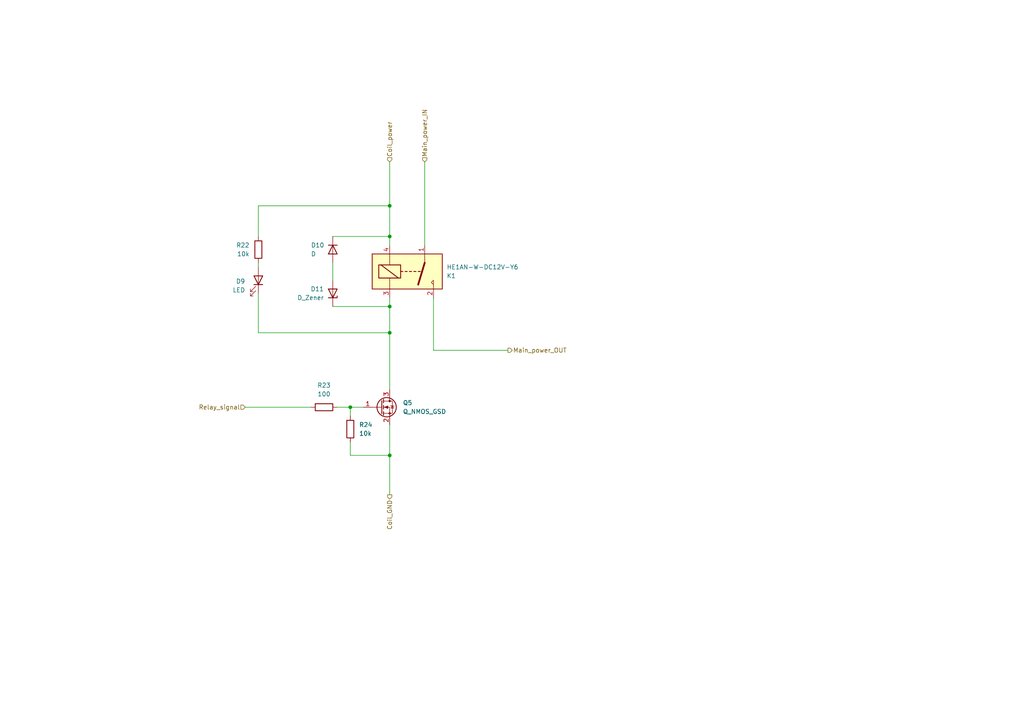
<source format=kicad_sch>
(kicad_sch (version 20230121) (generator eeschema)
  (paper "A4")
  (lib_symbols
    (symbol "Device:D" (pin_numbers hide) (pin_names (offset 1.016) hide)
      (property "Reference" "D" (at 0 2.54 0))
      (property "Value" "D" (at 0 -2.54 0))
      (symbol "D_0_1"
        (polyline (pts (xy -1.27 1.27) (xy -1.27 -1.27)) (stroke (width 0.254)))
        (polyline (pts (xy 1.27 0) (xy -1.27 0)))
        (polyline (pts (xy 1.27 1.27) (xy 1.27 -1.27) (xy -1.27 0) (xy 1.27 1.27)) (stroke (width 0.254)))
      )
      (symbol "D_1_1"
        (pin passive line (at -3.81 0 0) (length 2.54) (name "K") (number "1"))
        (pin passive line (at 3.81 0 180) (length 2.54) (name "A") (number "2"))
      )
    )
    (symbol "Device:D_Zener" (pin_numbers hide) (pin_names (offset 1.016) hide)
      (property "Reference" "D" (at 0 2.54 0))
      (property "Value" "D_Zener" (at 0 -2.54 0))
      (symbol "D_Zener_0_1"
        (polyline (pts (xy 1.27 0) (xy -1.27 0)))
        (polyline (pts (xy -1.27 -1.27) (xy -1.27 1.27) (xy -0.762 1.27)) (stroke (width 0.254)))
        (polyline (pts (xy 1.27 -1.27) (xy 1.27 1.27) (xy -1.27 0) (xy 1.27 -1.27)) (stroke (width 0.254)))
      )
      (symbol "D_Zener_1_1"
        (pin passive line (at -3.81 0 0) (length 2.54) (name "K") (number "1"))
        (pin passive line (at 3.81 0 180) (length 2.54) (name "A") (number "2"))
      )
    )
    (symbol "Device:LED" (pin_numbers hide) (pin_names (offset 1.016) hide)
      (property "Reference" "D" (at 0 2.54 0))
      (property "Value" "LED" (at 0 -2.54 0))
      (symbol "LED_0_1"
        (polyline (pts (xy -1.27 -1.27) (xy -1.27 1.27)) (stroke (width 0.254)))
        (polyline (pts (xy -1.27 0) (xy 1.27 0)))
        (polyline (pts (xy 1.27 -1.27) (xy 1.27 1.27) (xy -1.27 0) (xy 1.27 -1.27)) (stroke (width 0.254)))
        (polyline (pts (xy -3.048 -0.762) (xy -4.572 -2.286) (xy -3.81 -2.286) (xy -4.572 -2.286) (xy -4.572 -1.524)))
        (polyline (pts (xy -1.778 -0.762) (xy -3.302 -2.286) (xy -2.54 -2.286) (xy -3.302 -2.286) (xy -3.302 -1.524)))
      )
      (symbol "LED_1_1"
        (pin passive line (at -3.81 0 0) (length 2.54) (name "K") (number "1"))
        (pin passive line (at 3.81 0 180) (length 2.54) (name "A") (number "2"))
      )
    )
    (symbol "Device:Q_NMOS_GSD" (pin_names (offset 0) hide)
      (property "Reference" "Q" (at 5.08 1.27 0))
      (property "Value" "Q_NMOS_GSD" (at 5.08 -1.27 0))
      (symbol "Q_NMOS_GSD_0_1"
        (polyline (pts (xy 0.254 0) (xy -2.54 0)))
        (polyline (pts (xy 0.254 1.905) (xy 0.254 -1.905)) (stroke (width 0.254)))
        (polyline (pts (xy 0.762 -1.27) (xy 0.762 -2.286)) (stroke (width 0.254)))
        (polyline (pts (xy 0.762 0.508) (xy 0.762 -0.508)) (stroke (width 0.254)))
        (polyline (pts (xy 0.762 2.286) (xy 0.762 1.27)) (stroke (width 0.254)))
        (polyline (pts (xy 2.54 2.54) (xy 2.54 1.778)))
        (polyline (pts (xy 2.54 -2.54) (xy 2.54 0) (xy 0.762 0)))
        (polyline (pts (xy 0.762 -1.778) (xy 3.302 -1.778) (xy 3.302 1.778) (xy 0.762 1.778)))
        (polyline (pts (xy 1.016 0) (xy 2.032 0.381) (xy 2.032 -0.381) (xy 1.016 0)) (fill (type outline)))
        (polyline (pts (xy 2.794 0.508) (xy 2.921 0.381) (xy 3.683 0.381) (xy 3.81 0.254)))
        (polyline (pts (xy 3.302 0.381) (xy 2.921 -0.254) (xy 3.683 -0.254) (xy 3.302 0.381)))
        (circle (center 1.651 0) (radius 2.794) (stroke (width 0.254)))
        (circle (center 2.54 -1.778) (radius 0.254) (fill (type outline)))
        (circle (center 2.54 1.778) (radius 0.254) (fill (type outline)))
      )
      (symbol "Q_NMOS_GSD_1_1"
        (pin input line (at -5.08 0 0) (length 2.54) (name "G") (number "1"))
        (pin passive line (at 2.54 -5.08 90) (length 2.54) (name "S") (number "2"))
        (pin passive line (at 2.54 5.08 270) (length 2.54) (name "D") (number "3"))
      )
    )
    (symbol "Device:R" (pin_numbers hide) (pin_names (offset 0))
      (property "Reference" "R" (at 2.032 0 90))
      (property "Value" "R" (at 0 0 90))
      (symbol "R_0_1"
        (rectangle (start -1.016 -2.54) (end 1.016 2.54) (stroke (width 0.254)))
      )
      (symbol "R_1_1"
        (pin passive line (at 0 3.81 270) (length 1.27) (name "~") (number "1"))
        (pin passive line (at 0 -3.81 90) (length 1.27) (name "~") (number "2"))
      )
    )
    (symbol "RDC_generic:HE1AN-W-DC12V-Y6"
      (property "Reference" "K" (at 12.7 3.81 0))
      (property "Value" "HE1AN-W-DC12V-Y6" (at 0 0 0))
      (symbol "HE1AN-W-DC12V-Y6_0_0"
        (polyline (pts (xy 7.62 13.97) (xy 7.62 11.43) (xy 6.985 12.065) (xy 7.62 12.7)))
      )
      (symbol "HE1AN-W-DC12V-Y6_0_1"
        (rectangle (start -10.16 13.97) (end 10.16 3.81) (stroke (width 0.254)) (fill (type background)))
        (rectangle (start -8.255 10.795) (end -1.905 6.985) (stroke (width 0.254)))
        (polyline (pts (xy -7.62 6.985) (xy -2.54 10.795)) (stroke (width 0.254)))
        (polyline (pts (xy -5.08 3.81) (xy -5.08 6.985)))
        (polyline (pts (xy -5.08 13.97) (xy -5.08 10.795)))
        (polyline (pts (xy -1.905 8.89) (xy -1.27 8.89)) (stroke (width 0.254)))
        (polyline (pts (xy -0.635 8.89) (xy 0 8.89)) (stroke (width 0.254)))
        (polyline (pts (xy 0.635 8.89) (xy 1.27 8.89)) (stroke (width 0.254)))
        (polyline (pts (xy 1.905 8.89) (xy 2.54 8.89)) (stroke (width 0.254)))
        (polyline (pts (xy 3.175 8.89) (xy 3.81 8.89)) (stroke (width 0.254)))
        (polyline (pts (xy 5.08 6.35) (xy 3.175 12.7)) (stroke (width 0.508)))
        (polyline (pts (xy 5.08 6.35) (xy 5.08 3.81)))
      )
      (symbol "HE1AN-W-DC12V-Y6_1_1"
        (pin passive line (at 5.08 1.27 90) (length 2.54) (name "~") (number "1"))
        (pin passive line (at 7.62 16.51 270) (length 2.54) (name "~") (number "2"))
        (pin passive line (at -5.08 16.51 270) (length 2.54) (name "~") (number "3"))
        (pin passive line (at -5.08 1.27 90) (length 2.54) (name "~") (number "4"))
      )
    )
  )
  (junction (at 113.03 96.52))
  (junction (at 113.03 88.9))
  (junction (at 113.03 132.08))
  (junction (at 101.6 118.11))
  (junction (at 113.03 68.58))
  (junction (at 113.03 59.69))
  (wire (pts (xy 113.03 86.36) (xy 113.03 88.9)))
  (wire (pts (xy 113.03 88.9) (xy 113.03 96.52)))
  (wire (pts (xy 101.6 118.11) (xy 105.41 118.11)))
  (wire (pts (xy 113.03 71.12) (xy 113.03 68.58)))
  (wire (pts (xy 101.6 128.27) (xy 101.6 132.08)))
  (wire (pts (xy 74.93 85.09) (xy 74.93 96.52)))
  (wire (pts (xy 74.93 76.2) (xy 74.93 77.47)))
  (wire (pts (xy 113.03 68.58) (xy 96.52 68.58)))
  (wire (pts (xy 125.73 101.6) (xy 147.32 101.6)))
  (wire (pts (xy 113.03 59.69) (xy 113.03 68.58)))
  (wire (pts (xy 74.93 59.69) (xy 113.03 59.69)))
  (wire (pts (xy 113.03 123.19) (xy 113.03 132.08)))
  (wire (pts (xy 113.03 132.08) (xy 113.03 143.51)))
  (wire (pts (xy 96.52 81.28) (xy 96.52 76.2)))
  (wire (pts (xy 113.03 88.9) (xy 96.52 88.9)))
  (wire (pts (xy 125.73 86.36) (xy 125.73 101.6)))
  (wire (pts (xy 71.12 118.11) (xy 90.17 118.11)))
  (wire (pts (xy 101.6 132.08) (xy 113.03 132.08)))
  (wire (pts (xy 113.03 46.99) (xy 113.03 59.69)))
  (wire (pts (xy 113.03 96.52) (xy 113.03 113.03)))
  (wire (pts (xy 123.19 46.99) (xy 123.19 71.12)))
  (wire (pts (xy 74.93 68.58) (xy 74.93 59.69)))
  (wire (pts (xy 101.6 118.11) (xy 101.6 120.65)))
  (wire (pts (xy 74.93 96.52) (xy 113.03 96.52)))
  (wire (pts (xy 97.79 118.11) (xy 101.6 118.11)))
  (hierarchical_label "Relay_signal" (shape input) (at 71.12 118.11 180))
  (hierarchical_label "Main_power_OUT" (shape output) (at 147.32 101.6 0))
  (hierarchical_label "Coil_GND" (shape output) (at 113.03 143.51 270))
  (hierarchical_label "Coil_power" (shape input) (at 113.03 46.99 90))
  (hierarchical_label "Main_power_IN" (shape input) (at 123.19 46.99 90))
  (symbol (lib_id "RDC_generic:HE1AN-W-DC12V-Y6") (at 118.11 69.85 0) (mirror x) (unit 1) (in_bom no)
    (property "Reference" "K1" (at 129.54 80.01 0) (effects (justify left)))
    (property "Value" "HE1AN-W-DC12V-Y6" (at 129.54 77.47 0) (effects (justify left)))
    (property "Footprint" "RDC_generic:HE1AN-W-DC12V-Y6+Y5" (effects hide))
  )
  (symbol (lib_id "Device:R") (at 101.6 124.46 0) (mirror y) (unit 1)
    (property "Reference" "R24" (at 104.14 123.19 0) (effects (justify right)))
    (property "Value" "10k" (at 104.14 125.73 0) (effects (justify right)))
    (property "Footprint" "Resistor_SMD:R_0402_1005Metric" (effects hide))
    (property "LCSC" "C25744" (effects hide))
  )
  (symbol (lib_id "Device:Q_NMOS_GSD") (at 110.49 118.11 0) (unit 1)
    (property "Reference" "Q5" (at 116.84 116.84 0) (effects (justify left)))
    (property "Value" "Q_NMOS_GSD" (at 116.84 119.38 0) (effects (justify left)))
    (property "Footprint" "Package_TO_SOT_SMD:SOT-23" (effects hide))
    (property "LCSC" "C7420346" (effects hide))
    (property "FT Rotation Offset" "180" (effects hide))
  )
  (symbol (lib_id "Device:R") (at 93.98 118.11 90) (mirror x) (unit 1)
    (property "Reference" "R23" (at 93.98 111.76 90))
    (property "Value" "100" (at 93.98 114.3 90))
    (property "Footprint" "Resistor_SMD:R_0402_1005Metric" (effects hide))
    (property "LCSC" "C25076" (effects hide))
  )
  (symbol (lib_id "Device:D_Zener") (at 96.52 85.09 270) (mirror x) (unit 1)
    (property "Reference" "D11" (at 93.98 83.82 90) (effects (justify right)))
    (property "Value" "D_Zener" (at 93.98 86.36 90) (effects (justify right)))
    (property "Footprint" "Diode_SMD:D_SMA" (effects hide))
    (property "LCSC" "C19077489" (effects hide))
  )
  (symbol (lib_id "Device:LED") (at 74.93 81.28 270) (mirror x) (unit 1)
    (property "Reference" "D9" (at 71.12 81.5975 90) (effects (justify right)))
    (property "Value" "LED" (at 71.12 84.1375 90) (effects (justify right)))
    (property "Footprint" "LED_SMD:LED_0603_1608Metric" (effects hide))
    (property "LCSC" "C2286" (effects hide))
  )
  (symbol (lib_id "Device:R") (at 74.93 72.39 0) (unit 1)
    (property "Reference" "R22" (at 72.39 71.12 0) (effects (justify right)))
    (property "Value" "10k" (at 72.39 73.66 0) (effects (justify right)))
    (property "Footprint" "Resistor_SMD:R_0402_1005Metric" (effects hide))
    (property "LCSC" "C25744" (effects hide))
  )
  (symbol (lib_id "Device:D") (at 96.52 72.39 90) (mirror x) (unit 1)
    (property "Reference" "D10" (at 90.17 71.12 90) (effects (justify right)))
    (property "Value" "D" (at 90.17 73.66 90) (effects (justify right)))
    (property "Footprint" "Diode_SMD:D_SOD-123F" (effects hide))
    (property "LCSC" "C18199085" (effects hide))
    (property "Sim.Device" "D" (effects hide))
    (property "Sim.Pins" "1=K 2=A" (effects hide))
  )
)
</source>
